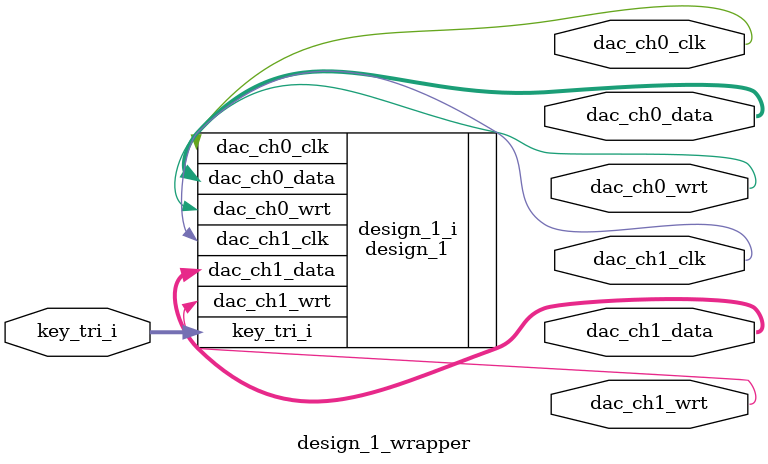
<source format=v>
`timescale 1 ps / 1 ps

module design_1_wrapper
   (dac_ch0_clk,
    dac_ch0_data,
    dac_ch0_wrt,
    dac_ch1_clk,
    dac_ch1_data,
    dac_ch1_wrt,
    key_tri_i);
  output [0:0]dac_ch0_clk;
  output [13:0]dac_ch0_data;
  output [0:0]dac_ch0_wrt;
  output [0:0]dac_ch1_clk;
  output [13:0]dac_ch1_data;
  output [0:0]dac_ch1_wrt;
  input [1:0]key_tri_i;

  wire [0:0]dac_ch0_clk;
  wire [13:0]dac_ch0_data;
  wire [0:0]dac_ch0_wrt;
  wire [0:0]dac_ch1_clk;
  wire [13:0]dac_ch1_data;
  wire [0:0]dac_ch1_wrt;
  wire [1:0]key_tri_i;

  design_1 design_1_i
       (.dac_ch0_clk(dac_ch0_clk),
        .dac_ch0_data(dac_ch0_data),
        .dac_ch0_wrt(dac_ch0_wrt),
        .dac_ch1_clk(dac_ch1_clk),
        .dac_ch1_data(dac_ch1_data),
        .dac_ch1_wrt(dac_ch1_wrt),
        .key_tri_i(key_tri_i));
endmodule

</source>
